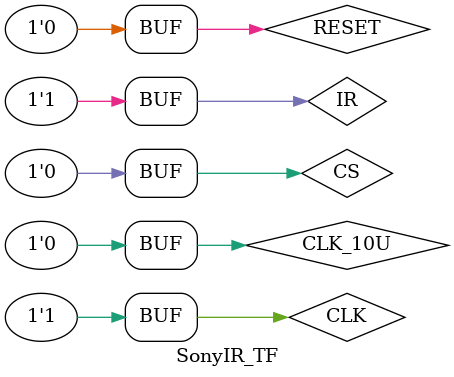
<source format=v>

`timescale 1ns / 1ps

module SonyIR_TF;

    // Inputs
    reg CLK;
    reg CLK_10U;
    reg RESET;
    reg CS;
    reg IR;

    // Outputs
    wire READY;
    wire [11:0] DO;

    // Instantiate the Unit Under Test (UUT)
    SonyIR uut (
        .CLK(CLK),
        .CLK_10U(CLK_10U),
        .RESET(RESET),
        .CS(CS),
        .IR(IR),
        .READY(READY),
        .DO(DO)
    );

    task delay;
        input [8:0] clks;
        begin
            repeat (clks) begin
                #10 CLK = 0; #10 CLK = 1;
                #10 CLK = 0; #10 CLK = 1;
                #10 CLK = 0; #10 CLK = 1;
                CLK_10U = 1;
                #10 CLK = 0; #10 CLK = 1;
                CLK_10U = 0;
            end
        end
    endtask

    initial begin
        CLK = 0;
        CLK_10U = 0;
        RESET = 1;
        CS = 0;
        IR = 1;

        #10 CLK = 0; #10 CLK = 1;
        #10 CLK = 0; #10 CLK = 1;

        RESET = 0;
        #10 CLK = 0; #10 CLK = 1;
        delay(4);

        // Start pulse
        IR = 0;
        delay(260);
        IR = 1;
        delay(60);

        // Send data word
        repeat (6) begin
            IR = 0;
            delay(60);
            IR = 1;
            delay(60);
            IR = 0;
            delay(120);
            IR = 1;
            delay(60);
        end

        delay(20);
        if (READY != 1'b1) $display("READY HI fail");
        if (DO != 12'hAAA) $display("DO fail");

        CS = 1;
        #10 CLK = 0; #10 CLK = 1;
        CS = 0;
        #10 CLK = 0; #10 CLK = 1;

        if (READY != 1'b0) $display("READY LO fail");

    end
      
endmodule


</source>
